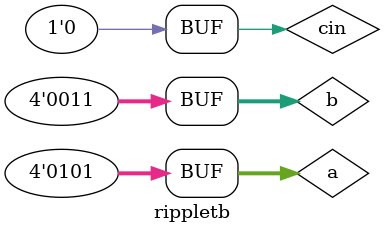
<source format=sv>
module rippletb();
logic [3:0]a,b;
logic cin;
logic [3:0]s;
logic cout;
ripple_adder dut(a[3:0],b[3:0],cin,s[3:0],cout);
initial begin
cin=0;
a=4'b0101;
b=4'b0011;
end
endmodule

</source>
